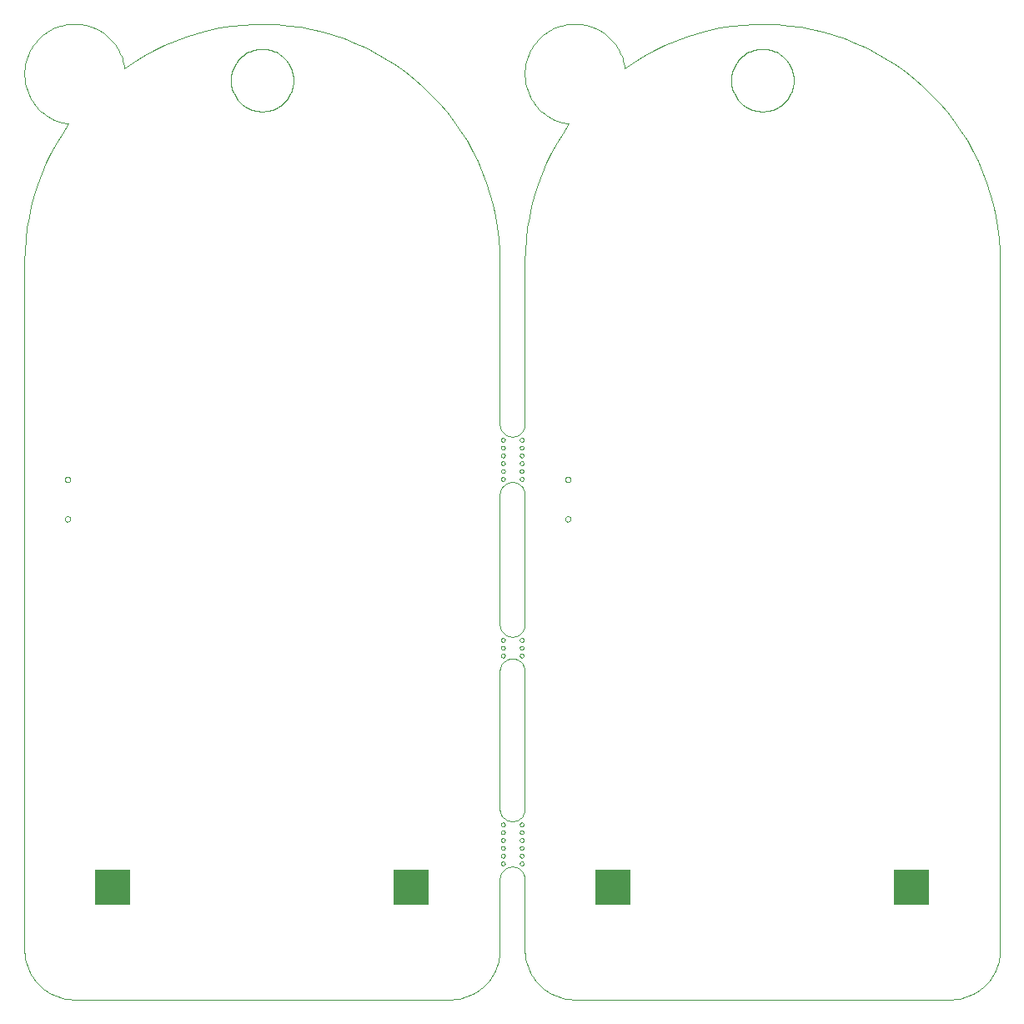
<source format=gbp>
G75*
G70*
%OFA0B0*%
%FSLAX24Y24*%
%IPPOS*%
%LPD*%
%AMOC8*
5,1,8,0,0,1.08239X$1,22.5*
%
%ADD10C,0.0000*%
%ADD11R,0.1417X0.1417*%
D10*
X002655Y001008D02*
X017655Y001008D01*
X017750Y001010D01*
X017845Y001017D01*
X017940Y001028D01*
X018034Y001044D01*
X018127Y001064D01*
X018218Y001089D01*
X018309Y001118D01*
X018398Y001151D01*
X018486Y001189D01*
X018571Y001230D01*
X018655Y001276D01*
X018736Y001325D01*
X018815Y001379D01*
X018891Y001436D01*
X018965Y001497D01*
X019035Y001561D01*
X019102Y001628D01*
X019166Y001698D01*
X019227Y001772D01*
X019284Y001848D01*
X019338Y001927D01*
X019387Y002008D01*
X019433Y002092D01*
X019474Y002177D01*
X019512Y002265D01*
X019545Y002354D01*
X019574Y002445D01*
X019599Y002536D01*
X019619Y002629D01*
X019635Y002723D01*
X019646Y002818D01*
X019653Y002913D01*
X019655Y003008D01*
X019655Y005820D01*
X019657Y005864D01*
X019663Y005907D01*
X019672Y005949D01*
X019685Y005991D01*
X019702Y006031D01*
X019722Y006070D01*
X019745Y006107D01*
X019772Y006141D01*
X019801Y006174D01*
X019834Y006203D01*
X019868Y006230D01*
X019905Y006253D01*
X019944Y006273D01*
X019984Y006290D01*
X020026Y006303D01*
X020068Y006312D01*
X020111Y006318D01*
X020155Y006320D01*
X019701Y006445D02*
X019703Y006463D01*
X019709Y006479D01*
X019718Y006494D01*
X019731Y006507D01*
X019746Y006516D01*
X019762Y006522D01*
X019780Y006524D01*
X019798Y006522D01*
X019814Y006516D01*
X019829Y006507D01*
X019842Y006494D01*
X019851Y006479D01*
X019857Y006463D01*
X019859Y006445D01*
X019857Y006427D01*
X019851Y006411D01*
X019842Y006396D01*
X019829Y006383D01*
X019814Y006374D01*
X019798Y006368D01*
X019780Y006366D01*
X019762Y006368D01*
X019746Y006374D01*
X019731Y006383D01*
X019718Y006396D01*
X019709Y006411D01*
X019703Y006427D01*
X019701Y006445D01*
X019701Y006758D02*
X019703Y006776D01*
X019709Y006792D01*
X019718Y006807D01*
X019731Y006820D01*
X019746Y006829D01*
X019762Y006835D01*
X019780Y006837D01*
X019798Y006835D01*
X019814Y006829D01*
X019829Y006820D01*
X019842Y006807D01*
X019851Y006792D01*
X019857Y006776D01*
X019859Y006758D01*
X019857Y006740D01*
X019851Y006724D01*
X019842Y006709D01*
X019829Y006696D01*
X019814Y006687D01*
X019798Y006681D01*
X019780Y006679D01*
X019762Y006681D01*
X019746Y006687D01*
X019731Y006696D01*
X019718Y006709D01*
X019709Y006724D01*
X019703Y006740D01*
X019701Y006758D01*
X019701Y007070D02*
X019703Y007088D01*
X019709Y007104D01*
X019718Y007119D01*
X019731Y007132D01*
X019746Y007141D01*
X019762Y007147D01*
X019780Y007149D01*
X019798Y007147D01*
X019814Y007141D01*
X019829Y007132D01*
X019842Y007119D01*
X019851Y007104D01*
X019857Y007088D01*
X019859Y007070D01*
X019857Y007052D01*
X019851Y007036D01*
X019842Y007021D01*
X019829Y007008D01*
X019814Y006999D01*
X019798Y006993D01*
X019780Y006991D01*
X019762Y006993D01*
X019746Y006999D01*
X019731Y007008D01*
X019718Y007021D01*
X019709Y007036D01*
X019703Y007052D01*
X019701Y007070D01*
X019701Y007383D02*
X019703Y007401D01*
X019709Y007417D01*
X019718Y007432D01*
X019731Y007445D01*
X019746Y007454D01*
X019762Y007460D01*
X019780Y007462D01*
X019798Y007460D01*
X019814Y007454D01*
X019829Y007445D01*
X019842Y007432D01*
X019851Y007417D01*
X019857Y007401D01*
X019859Y007383D01*
X019857Y007365D01*
X019851Y007349D01*
X019842Y007334D01*
X019829Y007321D01*
X019814Y007312D01*
X019798Y007306D01*
X019780Y007304D01*
X019762Y007306D01*
X019746Y007312D01*
X019731Y007321D01*
X019718Y007334D01*
X019709Y007349D01*
X019703Y007365D01*
X019701Y007383D01*
X019701Y007695D02*
X019703Y007713D01*
X019709Y007729D01*
X019718Y007744D01*
X019731Y007757D01*
X019746Y007766D01*
X019762Y007772D01*
X019780Y007774D01*
X019798Y007772D01*
X019814Y007766D01*
X019829Y007757D01*
X019842Y007744D01*
X019851Y007729D01*
X019857Y007713D01*
X019859Y007695D01*
X019857Y007677D01*
X019851Y007661D01*
X019842Y007646D01*
X019829Y007633D01*
X019814Y007624D01*
X019798Y007618D01*
X019780Y007616D01*
X019762Y007618D01*
X019746Y007624D01*
X019731Y007633D01*
X019718Y007646D01*
X019709Y007661D01*
X019703Y007677D01*
X019701Y007695D01*
X019701Y008008D02*
X019703Y008026D01*
X019709Y008042D01*
X019718Y008057D01*
X019731Y008070D01*
X019746Y008079D01*
X019762Y008085D01*
X019780Y008087D01*
X019798Y008085D01*
X019814Y008079D01*
X019829Y008070D01*
X019842Y008057D01*
X019851Y008042D01*
X019857Y008026D01*
X019859Y008008D01*
X019857Y007990D01*
X019851Y007974D01*
X019842Y007959D01*
X019829Y007946D01*
X019814Y007937D01*
X019798Y007931D01*
X019780Y007929D01*
X019762Y007931D01*
X019746Y007937D01*
X019731Y007946D01*
X019718Y007959D01*
X019709Y007974D01*
X019703Y007990D01*
X019701Y008008D01*
X019655Y008633D02*
X019655Y014133D01*
X019657Y014177D01*
X019663Y014220D01*
X019672Y014262D01*
X019685Y014304D01*
X019702Y014344D01*
X019722Y014383D01*
X019745Y014420D01*
X019772Y014454D01*
X019801Y014487D01*
X019834Y014516D01*
X019868Y014543D01*
X019905Y014566D01*
X019944Y014586D01*
X019984Y014603D01*
X020026Y014616D01*
X020068Y014625D01*
X020111Y014631D01*
X020155Y014633D01*
X019701Y014758D02*
X019703Y014776D01*
X019709Y014792D01*
X019718Y014807D01*
X019731Y014820D01*
X019746Y014829D01*
X019762Y014835D01*
X019780Y014837D01*
X019798Y014835D01*
X019814Y014829D01*
X019829Y014820D01*
X019842Y014807D01*
X019851Y014792D01*
X019857Y014776D01*
X019859Y014758D01*
X019857Y014740D01*
X019851Y014724D01*
X019842Y014709D01*
X019829Y014696D01*
X019814Y014687D01*
X019798Y014681D01*
X019780Y014679D01*
X019762Y014681D01*
X019746Y014687D01*
X019731Y014696D01*
X019718Y014709D01*
X019709Y014724D01*
X019703Y014740D01*
X019701Y014758D01*
X019701Y015070D02*
X019703Y015088D01*
X019709Y015104D01*
X019718Y015119D01*
X019731Y015132D01*
X019746Y015141D01*
X019762Y015147D01*
X019780Y015149D01*
X019798Y015147D01*
X019814Y015141D01*
X019829Y015132D01*
X019842Y015119D01*
X019851Y015104D01*
X019857Y015088D01*
X019859Y015070D01*
X019857Y015052D01*
X019851Y015036D01*
X019842Y015021D01*
X019829Y015008D01*
X019814Y014999D01*
X019798Y014993D01*
X019780Y014991D01*
X019762Y014993D01*
X019746Y014999D01*
X019731Y015008D01*
X019718Y015021D01*
X019709Y015036D01*
X019703Y015052D01*
X019701Y015070D01*
X019701Y015383D02*
X019703Y015401D01*
X019709Y015417D01*
X019718Y015432D01*
X019731Y015445D01*
X019746Y015454D01*
X019762Y015460D01*
X019780Y015462D01*
X019798Y015460D01*
X019814Y015454D01*
X019829Y015445D01*
X019842Y015432D01*
X019851Y015417D01*
X019857Y015401D01*
X019859Y015383D01*
X019857Y015365D01*
X019851Y015349D01*
X019842Y015334D01*
X019829Y015321D01*
X019814Y015312D01*
X019798Y015306D01*
X019780Y015304D01*
X019762Y015306D01*
X019746Y015312D01*
X019731Y015321D01*
X019718Y015334D01*
X019709Y015349D01*
X019703Y015365D01*
X019701Y015383D01*
X019655Y016008D02*
X019655Y021195D01*
X019657Y021239D01*
X019663Y021282D01*
X019672Y021324D01*
X019685Y021366D01*
X019702Y021406D01*
X019722Y021445D01*
X019745Y021482D01*
X019772Y021516D01*
X019801Y021549D01*
X019834Y021578D01*
X019868Y021605D01*
X019905Y021628D01*
X019944Y021648D01*
X019984Y021665D01*
X020026Y021678D01*
X020068Y021687D01*
X020111Y021693D01*
X020155Y021695D01*
X019701Y021820D02*
X019703Y021838D01*
X019709Y021854D01*
X019718Y021869D01*
X019731Y021882D01*
X019746Y021891D01*
X019762Y021897D01*
X019780Y021899D01*
X019798Y021897D01*
X019814Y021891D01*
X019829Y021882D01*
X019842Y021869D01*
X019851Y021854D01*
X019857Y021838D01*
X019859Y021820D01*
X019857Y021802D01*
X019851Y021786D01*
X019842Y021771D01*
X019829Y021758D01*
X019814Y021749D01*
X019798Y021743D01*
X019780Y021741D01*
X019762Y021743D01*
X019746Y021749D01*
X019731Y021758D01*
X019718Y021771D01*
X019709Y021786D01*
X019703Y021802D01*
X019701Y021820D01*
X019701Y022133D02*
X019703Y022151D01*
X019709Y022167D01*
X019718Y022182D01*
X019731Y022195D01*
X019746Y022204D01*
X019762Y022210D01*
X019780Y022212D01*
X019798Y022210D01*
X019814Y022204D01*
X019829Y022195D01*
X019842Y022182D01*
X019851Y022167D01*
X019857Y022151D01*
X019859Y022133D01*
X019857Y022115D01*
X019851Y022099D01*
X019842Y022084D01*
X019829Y022071D01*
X019814Y022062D01*
X019798Y022056D01*
X019780Y022054D01*
X019762Y022056D01*
X019746Y022062D01*
X019731Y022071D01*
X019718Y022084D01*
X019709Y022099D01*
X019703Y022115D01*
X019701Y022133D01*
X019701Y022445D02*
X019703Y022463D01*
X019709Y022479D01*
X019718Y022494D01*
X019731Y022507D01*
X019746Y022516D01*
X019762Y022522D01*
X019780Y022524D01*
X019798Y022522D01*
X019814Y022516D01*
X019829Y022507D01*
X019842Y022494D01*
X019851Y022479D01*
X019857Y022463D01*
X019859Y022445D01*
X019857Y022427D01*
X019851Y022411D01*
X019842Y022396D01*
X019829Y022383D01*
X019814Y022374D01*
X019798Y022368D01*
X019780Y022366D01*
X019762Y022368D01*
X019746Y022374D01*
X019731Y022383D01*
X019718Y022396D01*
X019709Y022411D01*
X019703Y022427D01*
X019701Y022445D01*
X019701Y022758D02*
X019703Y022776D01*
X019709Y022792D01*
X019718Y022807D01*
X019731Y022820D01*
X019746Y022829D01*
X019762Y022835D01*
X019780Y022837D01*
X019798Y022835D01*
X019814Y022829D01*
X019829Y022820D01*
X019842Y022807D01*
X019851Y022792D01*
X019857Y022776D01*
X019859Y022758D01*
X019857Y022740D01*
X019851Y022724D01*
X019842Y022709D01*
X019829Y022696D01*
X019814Y022687D01*
X019798Y022681D01*
X019780Y022679D01*
X019762Y022681D01*
X019746Y022687D01*
X019731Y022696D01*
X019718Y022709D01*
X019709Y022724D01*
X019703Y022740D01*
X019701Y022758D01*
X019701Y023070D02*
X019703Y023088D01*
X019709Y023104D01*
X019718Y023119D01*
X019731Y023132D01*
X019746Y023141D01*
X019762Y023147D01*
X019780Y023149D01*
X019798Y023147D01*
X019814Y023141D01*
X019829Y023132D01*
X019842Y023119D01*
X019851Y023104D01*
X019857Y023088D01*
X019859Y023070D01*
X019857Y023052D01*
X019851Y023036D01*
X019842Y023021D01*
X019829Y023008D01*
X019814Y022999D01*
X019798Y022993D01*
X019780Y022991D01*
X019762Y022993D01*
X019746Y022999D01*
X019731Y023008D01*
X019718Y023021D01*
X019709Y023036D01*
X019703Y023052D01*
X019701Y023070D01*
X019701Y023383D02*
X019703Y023401D01*
X019709Y023417D01*
X019718Y023432D01*
X019731Y023445D01*
X019746Y023454D01*
X019762Y023460D01*
X019780Y023462D01*
X019798Y023460D01*
X019814Y023454D01*
X019829Y023445D01*
X019842Y023432D01*
X019851Y023417D01*
X019857Y023401D01*
X019859Y023383D01*
X019857Y023365D01*
X019851Y023349D01*
X019842Y023334D01*
X019829Y023321D01*
X019814Y023312D01*
X019798Y023306D01*
X019780Y023304D01*
X019762Y023306D01*
X019746Y023312D01*
X019731Y023321D01*
X019718Y023334D01*
X019709Y023349D01*
X019703Y023365D01*
X019701Y023383D01*
X019655Y024008D02*
X019655Y030508D01*
X020655Y030508D02*
X020655Y024008D01*
X020653Y023964D01*
X020647Y023921D01*
X020638Y023879D01*
X020625Y023837D01*
X020608Y023797D01*
X020588Y023758D01*
X020565Y023721D01*
X020538Y023687D01*
X020509Y023654D01*
X020476Y023625D01*
X020442Y023598D01*
X020405Y023575D01*
X020366Y023555D01*
X020326Y023538D01*
X020284Y023525D01*
X020242Y023516D01*
X020199Y023510D01*
X020155Y023508D01*
X020451Y023383D02*
X020453Y023401D01*
X020459Y023417D01*
X020468Y023432D01*
X020481Y023445D01*
X020496Y023454D01*
X020512Y023460D01*
X020530Y023462D01*
X020548Y023460D01*
X020564Y023454D01*
X020579Y023445D01*
X020592Y023432D01*
X020601Y023417D01*
X020607Y023401D01*
X020609Y023383D01*
X020607Y023365D01*
X020601Y023349D01*
X020592Y023334D01*
X020579Y023321D01*
X020564Y023312D01*
X020548Y023306D01*
X020530Y023304D01*
X020512Y023306D01*
X020496Y023312D01*
X020481Y023321D01*
X020468Y023334D01*
X020459Y023349D01*
X020453Y023365D01*
X020451Y023383D01*
X020451Y023070D02*
X020453Y023088D01*
X020459Y023104D01*
X020468Y023119D01*
X020481Y023132D01*
X020496Y023141D01*
X020512Y023147D01*
X020530Y023149D01*
X020548Y023147D01*
X020564Y023141D01*
X020579Y023132D01*
X020592Y023119D01*
X020601Y023104D01*
X020607Y023088D01*
X020609Y023070D01*
X020607Y023052D01*
X020601Y023036D01*
X020592Y023021D01*
X020579Y023008D01*
X020564Y022999D01*
X020548Y022993D01*
X020530Y022991D01*
X020512Y022993D01*
X020496Y022999D01*
X020481Y023008D01*
X020468Y023021D01*
X020459Y023036D01*
X020453Y023052D01*
X020451Y023070D01*
X020451Y022758D02*
X020453Y022776D01*
X020459Y022792D01*
X020468Y022807D01*
X020481Y022820D01*
X020496Y022829D01*
X020512Y022835D01*
X020530Y022837D01*
X020548Y022835D01*
X020564Y022829D01*
X020579Y022820D01*
X020592Y022807D01*
X020601Y022792D01*
X020607Y022776D01*
X020609Y022758D01*
X020607Y022740D01*
X020601Y022724D01*
X020592Y022709D01*
X020579Y022696D01*
X020564Y022687D01*
X020548Y022681D01*
X020530Y022679D01*
X020512Y022681D01*
X020496Y022687D01*
X020481Y022696D01*
X020468Y022709D01*
X020459Y022724D01*
X020453Y022740D01*
X020451Y022758D01*
X020451Y022445D02*
X020453Y022463D01*
X020459Y022479D01*
X020468Y022494D01*
X020481Y022507D01*
X020496Y022516D01*
X020512Y022522D01*
X020530Y022524D01*
X020548Y022522D01*
X020564Y022516D01*
X020579Y022507D01*
X020592Y022494D01*
X020601Y022479D01*
X020607Y022463D01*
X020609Y022445D01*
X020607Y022427D01*
X020601Y022411D01*
X020592Y022396D01*
X020579Y022383D01*
X020564Y022374D01*
X020548Y022368D01*
X020530Y022366D01*
X020512Y022368D01*
X020496Y022374D01*
X020481Y022383D01*
X020468Y022396D01*
X020459Y022411D01*
X020453Y022427D01*
X020451Y022445D01*
X020451Y022133D02*
X020453Y022151D01*
X020459Y022167D01*
X020468Y022182D01*
X020481Y022195D01*
X020496Y022204D01*
X020512Y022210D01*
X020530Y022212D01*
X020548Y022210D01*
X020564Y022204D01*
X020579Y022195D01*
X020592Y022182D01*
X020601Y022167D01*
X020607Y022151D01*
X020609Y022133D01*
X020607Y022115D01*
X020601Y022099D01*
X020592Y022084D01*
X020579Y022071D01*
X020564Y022062D01*
X020548Y022056D01*
X020530Y022054D01*
X020512Y022056D01*
X020496Y022062D01*
X020481Y022071D01*
X020468Y022084D01*
X020459Y022099D01*
X020453Y022115D01*
X020451Y022133D01*
X020451Y021820D02*
X020453Y021838D01*
X020459Y021854D01*
X020468Y021869D01*
X020481Y021882D01*
X020496Y021891D01*
X020512Y021897D01*
X020530Y021899D01*
X020548Y021897D01*
X020564Y021891D01*
X020579Y021882D01*
X020592Y021869D01*
X020601Y021854D01*
X020607Y021838D01*
X020609Y021820D01*
X020607Y021802D01*
X020601Y021786D01*
X020592Y021771D01*
X020579Y021758D01*
X020564Y021749D01*
X020548Y021743D01*
X020530Y021741D01*
X020512Y021743D01*
X020496Y021749D01*
X020481Y021758D01*
X020468Y021771D01*
X020459Y021786D01*
X020453Y021802D01*
X020451Y021820D01*
X020655Y021195D02*
X020655Y016008D01*
X020653Y015964D01*
X020647Y015921D01*
X020638Y015879D01*
X020625Y015837D01*
X020608Y015797D01*
X020588Y015758D01*
X020565Y015721D01*
X020538Y015687D01*
X020509Y015654D01*
X020476Y015625D01*
X020442Y015598D01*
X020405Y015575D01*
X020366Y015555D01*
X020326Y015538D01*
X020284Y015525D01*
X020242Y015516D01*
X020199Y015510D01*
X020155Y015508D01*
X020451Y015383D02*
X020453Y015401D01*
X020459Y015417D01*
X020468Y015432D01*
X020481Y015445D01*
X020496Y015454D01*
X020512Y015460D01*
X020530Y015462D01*
X020548Y015460D01*
X020564Y015454D01*
X020579Y015445D01*
X020592Y015432D01*
X020601Y015417D01*
X020607Y015401D01*
X020609Y015383D01*
X020607Y015365D01*
X020601Y015349D01*
X020592Y015334D01*
X020579Y015321D01*
X020564Y015312D01*
X020548Y015306D01*
X020530Y015304D01*
X020512Y015306D01*
X020496Y015312D01*
X020481Y015321D01*
X020468Y015334D01*
X020459Y015349D01*
X020453Y015365D01*
X020451Y015383D01*
X020451Y015070D02*
X020453Y015088D01*
X020459Y015104D01*
X020468Y015119D01*
X020481Y015132D01*
X020496Y015141D01*
X020512Y015147D01*
X020530Y015149D01*
X020548Y015147D01*
X020564Y015141D01*
X020579Y015132D01*
X020592Y015119D01*
X020601Y015104D01*
X020607Y015088D01*
X020609Y015070D01*
X020607Y015052D01*
X020601Y015036D01*
X020592Y015021D01*
X020579Y015008D01*
X020564Y014999D01*
X020548Y014993D01*
X020530Y014991D01*
X020512Y014993D01*
X020496Y014999D01*
X020481Y015008D01*
X020468Y015021D01*
X020459Y015036D01*
X020453Y015052D01*
X020451Y015070D01*
X020451Y014758D02*
X020453Y014776D01*
X020459Y014792D01*
X020468Y014807D01*
X020481Y014820D01*
X020496Y014829D01*
X020512Y014835D01*
X020530Y014837D01*
X020548Y014835D01*
X020564Y014829D01*
X020579Y014820D01*
X020592Y014807D01*
X020601Y014792D01*
X020607Y014776D01*
X020609Y014758D01*
X020607Y014740D01*
X020601Y014724D01*
X020592Y014709D01*
X020579Y014696D01*
X020564Y014687D01*
X020548Y014681D01*
X020530Y014679D01*
X020512Y014681D01*
X020496Y014687D01*
X020481Y014696D01*
X020468Y014709D01*
X020459Y014724D01*
X020453Y014740D01*
X020451Y014758D01*
X020655Y014133D02*
X020655Y008633D01*
X020653Y008589D01*
X020647Y008546D01*
X020638Y008504D01*
X020625Y008462D01*
X020608Y008422D01*
X020588Y008383D01*
X020565Y008346D01*
X020538Y008312D01*
X020509Y008279D01*
X020476Y008250D01*
X020442Y008223D01*
X020405Y008200D01*
X020366Y008180D01*
X020326Y008163D01*
X020284Y008150D01*
X020242Y008141D01*
X020199Y008135D01*
X020155Y008133D01*
X020451Y008008D02*
X020453Y008026D01*
X020459Y008042D01*
X020468Y008057D01*
X020481Y008070D01*
X020496Y008079D01*
X020512Y008085D01*
X020530Y008087D01*
X020548Y008085D01*
X020564Y008079D01*
X020579Y008070D01*
X020592Y008057D01*
X020601Y008042D01*
X020607Y008026D01*
X020609Y008008D01*
X020607Y007990D01*
X020601Y007974D01*
X020592Y007959D01*
X020579Y007946D01*
X020564Y007937D01*
X020548Y007931D01*
X020530Y007929D01*
X020512Y007931D01*
X020496Y007937D01*
X020481Y007946D01*
X020468Y007959D01*
X020459Y007974D01*
X020453Y007990D01*
X020451Y008008D01*
X020451Y007695D02*
X020453Y007713D01*
X020459Y007729D01*
X020468Y007744D01*
X020481Y007757D01*
X020496Y007766D01*
X020512Y007772D01*
X020530Y007774D01*
X020548Y007772D01*
X020564Y007766D01*
X020579Y007757D01*
X020592Y007744D01*
X020601Y007729D01*
X020607Y007713D01*
X020609Y007695D01*
X020607Y007677D01*
X020601Y007661D01*
X020592Y007646D01*
X020579Y007633D01*
X020564Y007624D01*
X020548Y007618D01*
X020530Y007616D01*
X020512Y007618D01*
X020496Y007624D01*
X020481Y007633D01*
X020468Y007646D01*
X020459Y007661D01*
X020453Y007677D01*
X020451Y007695D01*
X020451Y007383D02*
X020453Y007401D01*
X020459Y007417D01*
X020468Y007432D01*
X020481Y007445D01*
X020496Y007454D01*
X020512Y007460D01*
X020530Y007462D01*
X020548Y007460D01*
X020564Y007454D01*
X020579Y007445D01*
X020592Y007432D01*
X020601Y007417D01*
X020607Y007401D01*
X020609Y007383D01*
X020607Y007365D01*
X020601Y007349D01*
X020592Y007334D01*
X020579Y007321D01*
X020564Y007312D01*
X020548Y007306D01*
X020530Y007304D01*
X020512Y007306D01*
X020496Y007312D01*
X020481Y007321D01*
X020468Y007334D01*
X020459Y007349D01*
X020453Y007365D01*
X020451Y007383D01*
X020451Y007070D02*
X020453Y007088D01*
X020459Y007104D01*
X020468Y007119D01*
X020481Y007132D01*
X020496Y007141D01*
X020512Y007147D01*
X020530Y007149D01*
X020548Y007147D01*
X020564Y007141D01*
X020579Y007132D01*
X020592Y007119D01*
X020601Y007104D01*
X020607Y007088D01*
X020609Y007070D01*
X020607Y007052D01*
X020601Y007036D01*
X020592Y007021D01*
X020579Y007008D01*
X020564Y006999D01*
X020548Y006993D01*
X020530Y006991D01*
X020512Y006993D01*
X020496Y006999D01*
X020481Y007008D01*
X020468Y007021D01*
X020459Y007036D01*
X020453Y007052D01*
X020451Y007070D01*
X020451Y006758D02*
X020453Y006776D01*
X020459Y006792D01*
X020468Y006807D01*
X020481Y006820D01*
X020496Y006829D01*
X020512Y006835D01*
X020530Y006837D01*
X020548Y006835D01*
X020564Y006829D01*
X020579Y006820D01*
X020592Y006807D01*
X020601Y006792D01*
X020607Y006776D01*
X020609Y006758D01*
X020607Y006740D01*
X020601Y006724D01*
X020592Y006709D01*
X020579Y006696D01*
X020564Y006687D01*
X020548Y006681D01*
X020530Y006679D01*
X020512Y006681D01*
X020496Y006687D01*
X020481Y006696D01*
X020468Y006709D01*
X020459Y006724D01*
X020453Y006740D01*
X020451Y006758D01*
X020451Y006445D02*
X020453Y006463D01*
X020459Y006479D01*
X020468Y006494D01*
X020481Y006507D01*
X020496Y006516D01*
X020512Y006522D01*
X020530Y006524D01*
X020548Y006522D01*
X020564Y006516D01*
X020579Y006507D01*
X020592Y006494D01*
X020601Y006479D01*
X020607Y006463D01*
X020609Y006445D01*
X020607Y006427D01*
X020601Y006411D01*
X020592Y006396D01*
X020579Y006383D01*
X020564Y006374D01*
X020548Y006368D01*
X020530Y006366D01*
X020512Y006368D01*
X020496Y006374D01*
X020481Y006383D01*
X020468Y006396D01*
X020459Y006411D01*
X020453Y006427D01*
X020451Y006445D01*
X020655Y005820D02*
X020655Y003008D01*
X020657Y002913D01*
X020664Y002818D01*
X020675Y002723D01*
X020691Y002629D01*
X020711Y002536D01*
X020736Y002445D01*
X020765Y002354D01*
X020798Y002265D01*
X020836Y002177D01*
X020877Y002092D01*
X020923Y002008D01*
X020972Y001927D01*
X021026Y001848D01*
X021083Y001772D01*
X021144Y001698D01*
X021208Y001628D01*
X021275Y001561D01*
X021345Y001497D01*
X021419Y001436D01*
X021495Y001379D01*
X021574Y001325D01*
X021655Y001276D01*
X021739Y001230D01*
X021824Y001189D01*
X021912Y001151D01*
X022001Y001118D01*
X022092Y001089D01*
X022183Y001064D01*
X022276Y001044D01*
X022370Y001028D01*
X022465Y001017D01*
X022560Y001010D01*
X022655Y001008D01*
X037655Y001008D01*
X037750Y001010D01*
X037845Y001017D01*
X037940Y001028D01*
X038034Y001044D01*
X038127Y001064D01*
X038218Y001089D01*
X038309Y001118D01*
X038398Y001151D01*
X038486Y001189D01*
X038571Y001230D01*
X038655Y001276D01*
X038736Y001325D01*
X038815Y001379D01*
X038891Y001436D01*
X038965Y001497D01*
X039035Y001561D01*
X039102Y001628D01*
X039166Y001698D01*
X039227Y001772D01*
X039284Y001848D01*
X039338Y001927D01*
X039387Y002008D01*
X039433Y002092D01*
X039474Y002177D01*
X039512Y002265D01*
X039545Y002354D01*
X039574Y002445D01*
X039599Y002536D01*
X039619Y002629D01*
X039635Y002723D01*
X039646Y002818D01*
X039653Y002913D01*
X039655Y003008D01*
X039655Y030508D01*
X039644Y030970D01*
X039610Y031431D01*
X039554Y031890D01*
X039476Y032345D01*
X039375Y032796D01*
X039253Y033242D01*
X039109Y033681D01*
X038944Y034113D01*
X038759Y034536D01*
X038553Y034950D01*
X038327Y035353D01*
X038081Y035745D01*
X037817Y036124D01*
X037535Y036490D01*
X037235Y036842D01*
X036919Y037179D01*
X036586Y037500D01*
X036239Y037804D01*
X035877Y038092D01*
X035501Y038361D01*
X035113Y038612D01*
X034713Y038843D01*
X034302Y039055D01*
X033881Y039247D01*
X033452Y039418D01*
X033015Y039567D01*
X032571Y039696D01*
X032121Y039802D01*
X031667Y039887D01*
X031209Y039949D01*
X030748Y039989D01*
X030287Y040007D01*
X029824Y040002D01*
X029363Y039975D01*
X028904Y039925D01*
X028447Y039853D01*
X027995Y039759D01*
X027547Y039643D01*
X027106Y039505D01*
X026672Y039346D01*
X026246Y039167D01*
X025830Y038966D01*
X025424Y038746D01*
X025028Y038506D01*
X024646Y038247D01*
X024645Y038248D02*
X024631Y038344D01*
X024612Y038440D01*
X024589Y038535D01*
X024561Y038628D01*
X024528Y038720D01*
X024492Y038810D01*
X024450Y038898D01*
X024405Y038984D01*
X024356Y039068D01*
X024302Y039150D01*
X024245Y039228D01*
X024183Y039304D01*
X024119Y039377D01*
X024050Y039446D01*
X023979Y039513D01*
X023904Y039575D01*
X023826Y039634D01*
X023746Y039689D01*
X023663Y039740D01*
X023578Y039787D01*
X023490Y039830D01*
X023401Y039868D01*
X023309Y039902D01*
X023217Y039932D01*
X023123Y039957D01*
X023027Y039977D01*
X022931Y039993D01*
X022834Y040004D01*
X022737Y040010D01*
X022640Y040012D01*
X022542Y040009D01*
X022445Y040001D01*
X022349Y039988D01*
X022253Y039971D01*
X022158Y039949D01*
X022064Y039923D01*
X021972Y039892D01*
X021881Y039857D01*
X021792Y039817D01*
X021705Y039773D01*
X021621Y039724D01*
X021538Y039672D01*
X021459Y039616D01*
X021382Y039556D01*
X021308Y039492D01*
X021238Y039425D01*
X021171Y039355D01*
X021107Y039281D01*
X021047Y039204D01*
X020991Y039125D01*
X020939Y039042D01*
X020890Y038958D01*
X020846Y038871D01*
X020806Y038782D01*
X020771Y038691D01*
X020740Y038599D01*
X020714Y038505D01*
X020692Y038410D01*
X020675Y038314D01*
X020662Y038218D01*
X020654Y038121D01*
X020651Y038023D01*
X020653Y037926D01*
X020659Y037829D01*
X020670Y037732D01*
X020686Y037636D01*
X020706Y037540D01*
X020731Y037446D01*
X020761Y037354D01*
X020795Y037262D01*
X020833Y037173D01*
X020876Y037085D01*
X020923Y037000D01*
X020974Y036917D01*
X021029Y036837D01*
X021088Y036759D01*
X021150Y036684D01*
X021217Y036613D01*
X021286Y036544D01*
X021359Y036480D01*
X021435Y036418D01*
X021513Y036361D01*
X021595Y036307D01*
X021679Y036258D01*
X021765Y036213D01*
X021853Y036171D01*
X021943Y036135D01*
X022035Y036102D01*
X022128Y036074D01*
X022223Y036051D01*
X022319Y036032D01*
X022415Y036018D01*
X028905Y037758D02*
X028907Y037828D01*
X028913Y037898D01*
X028923Y037967D01*
X028936Y038036D01*
X028954Y038104D01*
X028975Y038171D01*
X029000Y038236D01*
X029029Y038300D01*
X029061Y038363D01*
X029097Y038423D01*
X029136Y038481D01*
X029178Y038537D01*
X029223Y038591D01*
X029271Y038642D01*
X029322Y038690D01*
X029376Y038735D01*
X029432Y038777D01*
X029490Y038816D01*
X029550Y038852D01*
X029613Y038884D01*
X029677Y038913D01*
X029742Y038938D01*
X029809Y038959D01*
X029877Y038977D01*
X029946Y038990D01*
X030015Y039000D01*
X030085Y039006D01*
X030155Y039008D01*
X030225Y039006D01*
X030295Y039000D01*
X030364Y038990D01*
X030433Y038977D01*
X030501Y038959D01*
X030568Y038938D01*
X030633Y038913D01*
X030697Y038884D01*
X030760Y038852D01*
X030820Y038816D01*
X030878Y038777D01*
X030934Y038735D01*
X030988Y038690D01*
X031039Y038642D01*
X031087Y038591D01*
X031132Y038537D01*
X031174Y038481D01*
X031213Y038423D01*
X031249Y038363D01*
X031281Y038300D01*
X031310Y038236D01*
X031335Y038171D01*
X031356Y038104D01*
X031374Y038036D01*
X031387Y037967D01*
X031397Y037898D01*
X031403Y037828D01*
X031405Y037758D01*
X031403Y037688D01*
X031397Y037618D01*
X031387Y037549D01*
X031374Y037480D01*
X031356Y037412D01*
X031335Y037345D01*
X031310Y037280D01*
X031281Y037216D01*
X031249Y037153D01*
X031213Y037093D01*
X031174Y037035D01*
X031132Y036979D01*
X031087Y036925D01*
X031039Y036874D01*
X030988Y036826D01*
X030934Y036781D01*
X030878Y036739D01*
X030820Y036700D01*
X030760Y036664D01*
X030697Y036632D01*
X030633Y036603D01*
X030568Y036578D01*
X030501Y036557D01*
X030433Y036539D01*
X030364Y036526D01*
X030295Y036516D01*
X030225Y036510D01*
X030155Y036508D01*
X030085Y036510D01*
X030015Y036516D01*
X029946Y036526D01*
X029877Y036539D01*
X029809Y036557D01*
X029742Y036578D01*
X029677Y036603D01*
X029613Y036632D01*
X029550Y036664D01*
X029490Y036700D01*
X029432Y036739D01*
X029376Y036781D01*
X029322Y036826D01*
X029271Y036874D01*
X029223Y036925D01*
X029178Y036979D01*
X029136Y037035D01*
X029097Y037093D01*
X029061Y037153D01*
X029029Y037216D01*
X029000Y037280D01*
X028975Y037345D01*
X028954Y037412D01*
X028936Y037480D01*
X028923Y037549D01*
X028913Y037618D01*
X028907Y037688D01*
X028905Y037758D01*
X022416Y036017D02*
X022162Y035643D01*
X021927Y035257D01*
X021711Y034860D01*
X021513Y034454D01*
X021335Y034038D01*
X021177Y033614D01*
X021040Y033184D01*
X020923Y032747D01*
X020827Y032305D01*
X020752Y031860D01*
X020698Y031411D01*
X020666Y030960D01*
X020655Y030508D01*
X019655Y024008D02*
X019657Y023964D01*
X019663Y023921D01*
X019672Y023879D01*
X019685Y023837D01*
X019702Y023797D01*
X019722Y023758D01*
X019745Y023721D01*
X019772Y023687D01*
X019801Y023654D01*
X019834Y023625D01*
X019868Y023598D01*
X019905Y023575D01*
X019944Y023555D01*
X019984Y023538D01*
X020026Y023525D01*
X020068Y023516D01*
X020111Y023510D01*
X020155Y023508D01*
X020155Y021695D02*
X020199Y021693D01*
X020242Y021687D01*
X020284Y021678D01*
X020326Y021665D01*
X020366Y021648D01*
X020405Y021628D01*
X020442Y021605D01*
X020476Y021578D01*
X020509Y021549D01*
X020538Y021516D01*
X020565Y021482D01*
X020588Y021445D01*
X020608Y021406D01*
X020625Y021366D01*
X020638Y021324D01*
X020647Y021282D01*
X020653Y021239D01*
X020655Y021195D01*
X022269Y021795D02*
X022271Y021815D01*
X022277Y021835D01*
X022286Y021853D01*
X022299Y021870D01*
X022314Y021883D01*
X022332Y021893D01*
X022352Y021900D01*
X022372Y021903D01*
X022392Y021902D01*
X022412Y021897D01*
X022431Y021889D01*
X022448Y021877D01*
X022462Y021862D01*
X022473Y021844D01*
X022481Y021825D01*
X022485Y021805D01*
X022485Y021785D01*
X022481Y021765D01*
X022473Y021746D01*
X022462Y021728D01*
X022448Y021713D01*
X022431Y021701D01*
X022412Y021693D01*
X022392Y021688D01*
X022372Y021687D01*
X022352Y021690D01*
X022332Y021697D01*
X022314Y021707D01*
X022299Y021720D01*
X022286Y021737D01*
X022277Y021755D01*
X022271Y021775D01*
X022269Y021795D01*
X022269Y020220D02*
X022271Y020240D01*
X022277Y020260D01*
X022286Y020278D01*
X022299Y020295D01*
X022314Y020308D01*
X022332Y020318D01*
X022352Y020325D01*
X022372Y020328D01*
X022392Y020327D01*
X022412Y020322D01*
X022431Y020314D01*
X022448Y020302D01*
X022462Y020287D01*
X022473Y020269D01*
X022481Y020250D01*
X022485Y020230D01*
X022485Y020210D01*
X022481Y020190D01*
X022473Y020171D01*
X022462Y020153D01*
X022448Y020138D01*
X022431Y020126D01*
X022412Y020118D01*
X022392Y020113D01*
X022372Y020112D01*
X022352Y020115D01*
X022332Y020122D01*
X022314Y020132D01*
X022299Y020145D01*
X022286Y020162D01*
X022277Y020180D01*
X022271Y020200D01*
X022269Y020220D01*
X019655Y016008D02*
X019657Y015964D01*
X019663Y015921D01*
X019672Y015879D01*
X019685Y015837D01*
X019702Y015797D01*
X019722Y015758D01*
X019745Y015721D01*
X019772Y015687D01*
X019801Y015654D01*
X019834Y015625D01*
X019868Y015598D01*
X019905Y015575D01*
X019944Y015555D01*
X019984Y015538D01*
X020026Y015525D01*
X020068Y015516D01*
X020111Y015510D01*
X020155Y015508D01*
X020155Y014633D02*
X020199Y014631D01*
X020242Y014625D01*
X020284Y014616D01*
X020326Y014603D01*
X020366Y014586D01*
X020405Y014566D01*
X020442Y014543D01*
X020476Y014516D01*
X020509Y014487D01*
X020538Y014454D01*
X020565Y014420D01*
X020588Y014383D01*
X020608Y014344D01*
X020625Y014304D01*
X020638Y014262D01*
X020647Y014220D01*
X020653Y014177D01*
X020655Y014133D01*
X019655Y008633D02*
X019657Y008589D01*
X019663Y008546D01*
X019672Y008504D01*
X019685Y008462D01*
X019702Y008422D01*
X019722Y008383D01*
X019745Y008346D01*
X019772Y008312D01*
X019801Y008279D01*
X019834Y008250D01*
X019868Y008223D01*
X019905Y008200D01*
X019944Y008180D01*
X019984Y008163D01*
X020026Y008150D01*
X020068Y008141D01*
X020111Y008135D01*
X020155Y008133D01*
X020155Y006320D02*
X020199Y006318D01*
X020242Y006312D01*
X020284Y006303D01*
X020326Y006290D01*
X020366Y006273D01*
X020405Y006253D01*
X020442Y006230D01*
X020476Y006203D01*
X020509Y006174D01*
X020538Y006141D01*
X020565Y006107D01*
X020588Y006070D01*
X020608Y006031D01*
X020625Y005991D01*
X020638Y005949D01*
X020647Y005907D01*
X020653Y005864D01*
X020655Y005820D01*
X002655Y001008D02*
X002560Y001010D01*
X002465Y001017D01*
X002370Y001028D01*
X002276Y001044D01*
X002183Y001064D01*
X002092Y001089D01*
X002001Y001118D01*
X001912Y001151D01*
X001824Y001189D01*
X001739Y001230D01*
X001655Y001276D01*
X001574Y001325D01*
X001495Y001379D01*
X001419Y001436D01*
X001345Y001497D01*
X001275Y001561D01*
X001208Y001628D01*
X001144Y001698D01*
X001083Y001772D01*
X001026Y001848D01*
X000972Y001927D01*
X000923Y002008D01*
X000877Y002092D01*
X000836Y002177D01*
X000798Y002265D01*
X000765Y002354D01*
X000736Y002445D01*
X000711Y002536D01*
X000691Y002629D01*
X000675Y002723D01*
X000664Y002818D01*
X000657Y002913D01*
X000655Y003008D01*
X000655Y030508D01*
X002415Y036018D02*
X002319Y036032D01*
X002223Y036051D01*
X002128Y036074D01*
X002035Y036102D01*
X001943Y036135D01*
X001853Y036171D01*
X001765Y036213D01*
X001679Y036258D01*
X001595Y036307D01*
X001513Y036361D01*
X001435Y036418D01*
X001359Y036480D01*
X001286Y036544D01*
X001217Y036613D01*
X001150Y036684D01*
X001088Y036759D01*
X001029Y036837D01*
X000974Y036917D01*
X000923Y037000D01*
X000876Y037085D01*
X000833Y037173D01*
X000795Y037262D01*
X000761Y037354D01*
X000731Y037446D01*
X000706Y037540D01*
X000686Y037636D01*
X000670Y037732D01*
X000659Y037829D01*
X000653Y037926D01*
X000651Y038023D01*
X000654Y038121D01*
X000662Y038218D01*
X000675Y038314D01*
X000692Y038410D01*
X000714Y038505D01*
X000740Y038599D01*
X000771Y038691D01*
X000806Y038782D01*
X000846Y038871D01*
X000890Y038958D01*
X000939Y039042D01*
X000991Y039125D01*
X001047Y039204D01*
X001107Y039281D01*
X001171Y039355D01*
X001238Y039425D01*
X001308Y039492D01*
X001382Y039556D01*
X001459Y039616D01*
X001538Y039672D01*
X001621Y039724D01*
X001705Y039773D01*
X001792Y039817D01*
X001881Y039857D01*
X001972Y039892D01*
X002064Y039923D01*
X002158Y039949D01*
X002253Y039971D01*
X002349Y039988D01*
X002445Y040001D01*
X002542Y040009D01*
X002640Y040012D01*
X002737Y040010D01*
X002834Y040004D01*
X002931Y039993D01*
X003027Y039977D01*
X003123Y039957D01*
X003217Y039932D01*
X003309Y039902D01*
X003401Y039868D01*
X003490Y039830D01*
X003578Y039787D01*
X003663Y039740D01*
X003746Y039689D01*
X003826Y039634D01*
X003904Y039575D01*
X003979Y039513D01*
X004050Y039446D01*
X004119Y039377D01*
X004183Y039304D01*
X004245Y039228D01*
X004302Y039150D01*
X004356Y039068D01*
X004405Y038984D01*
X004450Y038898D01*
X004492Y038810D01*
X004528Y038720D01*
X004561Y038628D01*
X004589Y038535D01*
X004612Y038440D01*
X004631Y038344D01*
X004645Y038248D01*
X008905Y037758D02*
X008907Y037828D01*
X008913Y037898D01*
X008923Y037967D01*
X008936Y038036D01*
X008954Y038104D01*
X008975Y038171D01*
X009000Y038236D01*
X009029Y038300D01*
X009061Y038363D01*
X009097Y038423D01*
X009136Y038481D01*
X009178Y038537D01*
X009223Y038591D01*
X009271Y038642D01*
X009322Y038690D01*
X009376Y038735D01*
X009432Y038777D01*
X009490Y038816D01*
X009550Y038852D01*
X009613Y038884D01*
X009677Y038913D01*
X009742Y038938D01*
X009809Y038959D01*
X009877Y038977D01*
X009946Y038990D01*
X010015Y039000D01*
X010085Y039006D01*
X010155Y039008D01*
X010225Y039006D01*
X010295Y039000D01*
X010364Y038990D01*
X010433Y038977D01*
X010501Y038959D01*
X010568Y038938D01*
X010633Y038913D01*
X010697Y038884D01*
X010760Y038852D01*
X010820Y038816D01*
X010878Y038777D01*
X010934Y038735D01*
X010988Y038690D01*
X011039Y038642D01*
X011087Y038591D01*
X011132Y038537D01*
X011174Y038481D01*
X011213Y038423D01*
X011249Y038363D01*
X011281Y038300D01*
X011310Y038236D01*
X011335Y038171D01*
X011356Y038104D01*
X011374Y038036D01*
X011387Y037967D01*
X011397Y037898D01*
X011403Y037828D01*
X011405Y037758D01*
X011403Y037688D01*
X011397Y037618D01*
X011387Y037549D01*
X011374Y037480D01*
X011356Y037412D01*
X011335Y037345D01*
X011310Y037280D01*
X011281Y037216D01*
X011249Y037153D01*
X011213Y037093D01*
X011174Y037035D01*
X011132Y036979D01*
X011087Y036925D01*
X011039Y036874D01*
X010988Y036826D01*
X010934Y036781D01*
X010878Y036739D01*
X010820Y036700D01*
X010760Y036664D01*
X010697Y036632D01*
X010633Y036603D01*
X010568Y036578D01*
X010501Y036557D01*
X010433Y036539D01*
X010364Y036526D01*
X010295Y036516D01*
X010225Y036510D01*
X010155Y036508D01*
X010085Y036510D01*
X010015Y036516D01*
X009946Y036526D01*
X009877Y036539D01*
X009809Y036557D01*
X009742Y036578D01*
X009677Y036603D01*
X009613Y036632D01*
X009550Y036664D01*
X009490Y036700D01*
X009432Y036739D01*
X009376Y036781D01*
X009322Y036826D01*
X009271Y036874D01*
X009223Y036925D01*
X009178Y036979D01*
X009136Y037035D01*
X009097Y037093D01*
X009061Y037153D01*
X009029Y037216D01*
X009000Y037280D01*
X008975Y037345D01*
X008954Y037412D01*
X008936Y037480D01*
X008923Y037549D01*
X008913Y037618D01*
X008907Y037688D01*
X008905Y037758D01*
X004646Y038247D02*
X005028Y038506D01*
X005424Y038746D01*
X005830Y038966D01*
X006246Y039167D01*
X006672Y039346D01*
X007106Y039505D01*
X007547Y039643D01*
X007995Y039759D01*
X008447Y039853D01*
X008904Y039925D01*
X009363Y039975D01*
X009824Y040002D01*
X010287Y040007D01*
X010748Y039989D01*
X011209Y039949D01*
X011667Y039887D01*
X012121Y039802D01*
X012571Y039696D01*
X013015Y039567D01*
X013452Y039418D01*
X013881Y039247D01*
X014302Y039055D01*
X014713Y038843D01*
X015113Y038612D01*
X015501Y038361D01*
X015877Y038092D01*
X016239Y037804D01*
X016586Y037500D01*
X016919Y037179D01*
X017235Y036842D01*
X017535Y036490D01*
X017817Y036124D01*
X018081Y035745D01*
X018327Y035353D01*
X018553Y034950D01*
X018759Y034536D01*
X018944Y034113D01*
X019109Y033681D01*
X019253Y033242D01*
X019375Y032796D01*
X019476Y032345D01*
X019554Y031890D01*
X019610Y031431D01*
X019644Y030970D01*
X019655Y030508D01*
X002416Y036017D02*
X002162Y035643D01*
X001927Y035257D01*
X001711Y034860D01*
X001513Y034454D01*
X001335Y034038D01*
X001177Y033614D01*
X001040Y033184D01*
X000923Y032747D01*
X000827Y032305D01*
X000752Y031860D01*
X000698Y031411D01*
X000666Y030960D01*
X000655Y030508D01*
X002269Y021795D02*
X002271Y021815D01*
X002277Y021835D01*
X002286Y021853D01*
X002299Y021870D01*
X002314Y021883D01*
X002332Y021893D01*
X002352Y021900D01*
X002372Y021903D01*
X002392Y021902D01*
X002412Y021897D01*
X002431Y021889D01*
X002448Y021877D01*
X002462Y021862D01*
X002473Y021844D01*
X002481Y021825D01*
X002485Y021805D01*
X002485Y021785D01*
X002481Y021765D01*
X002473Y021746D01*
X002462Y021728D01*
X002448Y021713D01*
X002431Y021701D01*
X002412Y021693D01*
X002392Y021688D01*
X002372Y021687D01*
X002352Y021690D01*
X002332Y021697D01*
X002314Y021707D01*
X002299Y021720D01*
X002286Y021737D01*
X002277Y021755D01*
X002271Y021775D01*
X002269Y021795D01*
X002269Y020220D02*
X002271Y020240D01*
X002277Y020260D01*
X002286Y020278D01*
X002299Y020295D01*
X002314Y020308D01*
X002332Y020318D01*
X002352Y020325D01*
X002372Y020328D01*
X002392Y020327D01*
X002412Y020322D01*
X002431Y020314D01*
X002448Y020302D01*
X002462Y020287D01*
X002473Y020269D01*
X002481Y020250D01*
X002485Y020230D01*
X002485Y020210D01*
X002481Y020190D01*
X002473Y020171D01*
X002462Y020153D01*
X002448Y020138D01*
X002431Y020126D01*
X002412Y020118D01*
X002392Y020113D01*
X002372Y020112D01*
X002352Y020115D01*
X002332Y020122D01*
X002314Y020132D01*
X002299Y020145D01*
X002286Y020162D01*
X002277Y020180D01*
X002271Y020200D01*
X002269Y020220D01*
D11*
X004191Y005508D03*
X016120Y005508D03*
X024191Y005508D03*
X036120Y005508D03*
M02*

</source>
